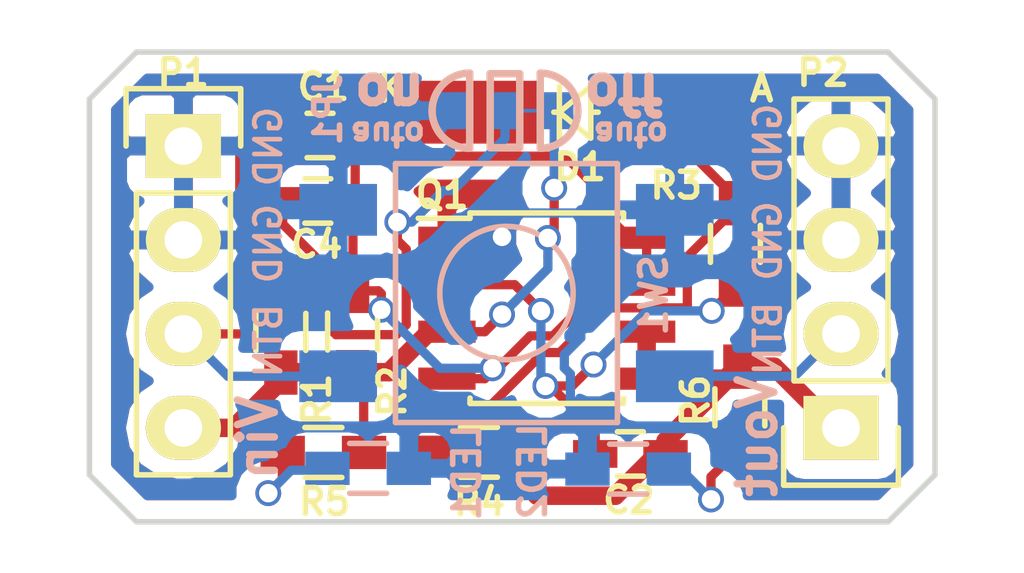
<source format=kicad_pcb>
(kicad_pcb (version 4) (host pcbnew 4.1.0-alpha+201606291451+6956~45~ubuntu14.04.1-product)

  (general
    (links 38)
    (no_connects 1)
    (area 213.331667 98.8125 241.328334 114.6825)
    (thickness 1.6)
    (drawings 20)
    (tracks 197)
    (zones 0)
    (modules 17)
    (nets 10)
  )

  (page A4)
  (layers
    (0 F.Cu signal)
    (31 B.Cu signal)
    (32 B.Adhes user)
    (33 F.Adhes user)
    (34 B.Paste user)
    (35 F.Paste user)
    (36 B.SilkS user)
    (37 F.SilkS user)
    (38 B.Mask user)
    (39 F.Mask user)
    (40 Dwgs.User user)
    (41 Cmts.User user)
    (42 Eco1.User user)
    (43 Eco2.User user)
    (44 Edge.Cuts user)
    (45 Margin user)
    (46 B.CrtYd user)
    (47 F.CrtYd user)
    (48 B.Fab user)
    (49 F.Fab user)
  )

  (setup
    (last_trace_width 0.1)
    (user_trace_width 0.1)
    (user_trace_width 0.2)
    (user_trace_width 0.5)
    (trace_clearance 0.2)
    (zone_clearance 0.508)
    (zone_45_only no)
    (trace_min 0.1)
    (segment_width 0.2)
    (edge_width 0.15)
    (via_size 0.7)
    (via_drill 0.5)
    (via_min_size 0.4)
    (via_min_drill 0.3)
    (uvia_size 0.3)
    (uvia_drill 0.1)
    (uvias_allowed no)
    (uvia_min_size 0.2)
    (uvia_min_drill 0.1)
    (pcb_text_width 0.3)
    (pcb_text_size 1.5 1.5)
    (mod_edge_width 0.15)
    (mod_text_size 0.7 0.7)
    (mod_text_width 0.15)
    (pad_size 1.524 1.524)
    (pad_drill 0.762)
    (pad_to_mask_clearance 0.2)
    (aux_axis_origin 0 0)
    (grid_origin 225.815 102.355)
    (visible_elements 7FFEFFFF)
    (pcbplotparams
      (layerselection 0x010f0_ffffffff)
      (usegerberextensions true)
      (excludeedgelayer true)
      (linewidth 0.100000)
      (plotframeref false)
      (viasonmask false)
      (mode 1)
      (useauxorigin false)
      (hpglpennumber 1)
      (hpglpenspeed 20)
      (hpglpendiameter 15)
      (psnegative false)
      (psa4output false)
      (plotreference true)
      (plotvalue true)
      (plotinvisibletext false)
      (padsonsilk false)
      (subtractmaskfromsilk true)
      (outputformat 1)
      (mirror false)
      (drillshape 0)
      (scaleselection 1)
      (outputdirectory ../gerbers/))
  )

  (net 0 "")
  (net 1 "Net-(C1-Pad1)")
  (net 2 /Button)
  (net 3 "Net-(C2-Pad1)")
  (net 4 /Vout)
  (net 5 "Net-(D1-Pad2)")
  (net 6 GND)
  (net 7 /Vin)
  (net 8 "Net-(LED2-Pad2)")
  (net 9 "Net-(LED1-Pad2)")

  (net_class Default "This is the default net class."
    (clearance 0.2)
    (trace_width 0.25)
    (via_dia 0.7)
    (via_drill 0.5)
    (uvia_dia 0.3)
    (uvia_drill 0.1)
    (add_net /Button)
    (add_net /Vin)
    (add_net /Vout)
    (add_net GND)
    (add_net "Net-(C1-Pad1)")
    (add_net "Net-(C2-Pad1)")
    (add_net "Net-(D1-Pad2)")
    (add_net "Net-(LED1-Pad2)")
    (add_net "Net-(LED2-Pad2)")
  )

  (module KiCad/Resistors_SMD.pretty:R_0603_HandSoldering (layer F.Cu) (tedit 575ABB37) (tstamp 5759521E)
    (at 233.485 109.935 270)
    (descr "Resistor SMD 0603, hand soldering")
    (tags "resistor 0603")
    (path /57595185)
    (attr smd)
    (fp_text reference R6 (at -0.18 1.2 90) (layer F.SilkS)
      (effects (font (size 0.7 0.7) (thickness 0.15)))
    )
    (fp_text value 1k (at 0 1.9 270) (layer F.Fab)
      (effects (font (size 1 1) (thickness 0.15)))
    )
    (fp_line (start -2 -0.8) (end 2 -0.8) (layer F.CrtYd) (width 0.05))
    (fp_line (start -2 0.8) (end 2 0.8) (layer F.CrtYd) (width 0.05))
    (fp_line (start -2 -0.8) (end -2 0.8) (layer F.CrtYd) (width 0.05))
    (fp_line (start 2 -0.8) (end 2 0.8) (layer F.CrtYd) (width 0.05))
    (fp_line (start 0.5 0.675) (end -0.5 0.675) (layer F.SilkS) (width 0.15))
    (fp_line (start -0.5 -0.675) (end 0.5 -0.675) (layer F.SilkS) (width 0.15))
    (pad 1 smd rect (at -1.1 0 270) (size 1.2 0.9) (layers F.Cu F.Paste F.Mask)
      (net 4 /Vout))
    (pad 2 smd rect (at 1.1 0 270) (size 1.2 0.9) (layers F.Cu F.Paste F.Mask)
      (net 8 "Net-(LED2-Pad2)"))
    (model Resistors_SMD.3dshapes/R_0603_HandSoldering.wrl
      (at (xyz 0 0 0))
      (scale (xyz 1 1 1))
      (rotate (xyz 0 0 0))
    )
  )

  (module KiCad/Resistors_SMD.pretty:R_0603_HandSoldering (layer F.Cu) (tedit 575AB7D2) (tstamp 5759522E)
    (at 222.225 111.155 180)
    (descr "Resistor SMD 0603, hand soldering")
    (tags "resistor 0603")
    (path /57595945)
    (attr smd)
    (fp_text reference R5 (at -0.03 -1.33 180) (layer F.SilkS)
      (effects (font (size 0.7 0.7) (thickness 0.15)))
    )
    (fp_text value 1k (at 0 1.9 180) (layer F.Fab)
      (effects (font (size 1 1) (thickness 0.15)))
    )
    (fp_line (start -2 -0.8) (end 2 -0.8) (layer F.CrtYd) (width 0.05))
    (fp_line (start -2 0.8) (end 2 0.8) (layer F.CrtYd) (width 0.05))
    (fp_line (start -2 -0.8) (end -2 0.8) (layer F.CrtYd) (width 0.05))
    (fp_line (start 2 -0.8) (end 2 0.8) (layer F.CrtYd) (width 0.05))
    (fp_line (start 0.5 0.675) (end -0.5 0.675) (layer F.SilkS) (width 0.15))
    (fp_line (start -0.5 -0.675) (end 0.5 -0.675) (layer F.SilkS) (width 0.15))
    (pad 1 smd rect (at -1.1 0 180) (size 1.2 0.9) (layers F.Cu F.Paste F.Mask)
      (net 7 /Vin))
    (pad 2 smd rect (at 1.1 0 180) (size 1.2 0.9) (layers F.Cu F.Paste F.Mask)
      (net 9 "Net-(LED1-Pad2)"))
    (model Resistors_SMD.3dshapes/R_0603_HandSoldering.wrl
      (at (xyz 0 0 0))
      (scale (xyz 1 1 1))
      (rotate (xyz 0 0 0))
    )
  )

  (module KiCad/Resistors_SMD.pretty:R_0603_HandSoldering (layer F.Cu) (tedit 575AB7D5) (tstamp 57595239)
    (at 226.43 111.15 180)
    (descr "Resistor SMD 0603, hand soldering")
    (tags "resistor 0603")
    (path /569FD783)
    (attr smd)
    (fp_text reference R4 (at -0.015 -1.345 180) (layer F.SilkS)
      (effects (font (size 0.7 0.7) (thickness 0.15)))
    )
    (fp_text value 100k (at 0 1.9 180) (layer F.Fab)
      (effects (font (size 1 1) (thickness 0.15)))
    )
    (fp_line (start -2 -0.8) (end 2 -0.8) (layer F.CrtYd) (width 0.05))
    (fp_line (start -2 0.8) (end 2 0.8) (layer F.CrtYd) (width 0.05))
    (fp_line (start -2 -0.8) (end -2 0.8) (layer F.CrtYd) (width 0.05))
    (fp_line (start 2 -0.8) (end 2 0.8) (layer F.CrtYd) (width 0.05))
    (fp_line (start 0.5 0.675) (end -0.5 0.675) (layer F.SilkS) (width 0.15))
    (fp_line (start -0.5 -0.675) (end 0.5 -0.675) (layer F.SilkS) (width 0.15))
    (pad 1 smd rect (at -1.1 0 180) (size 1.2 0.9) (layers F.Cu F.Paste F.Mask)
      (net 4 /Vout))
    (pad 2 smd rect (at 1.1 0 180) (size 1.2 0.9) (layers F.Cu F.Paste F.Mask)
      (net 5 "Net-(D1-Pad2)"))
    (model Resistors_SMD.3dshapes/R_0603_HandSoldering.wrl
      (at (xyz 0 0 0))
      (scale (xyz 1 1 1))
      (rotate (xyz 0 0 0))
    )
  )

  (module KiCad/Resistors_SMD.pretty:R_0603_HandSoldering (layer F.Cu) (tedit 575AB863) (tstamp 57595248)
    (at 221.075 107.895 90)
    (descr "Resistor SMD 0603, hand soldering")
    (tags "resistor 0603")
    (path /569FC430)
    (attr smd)
    (fp_text reference R1 (at -1.83 0.97 90) (layer F.SilkS)
      (effects (font (size 0.7 0.7) (thickness 0.15)))
    )
    (fp_text value 10k (at 0 1.9 90) (layer F.Fab)
      (effects (font (size 1 1) (thickness 0.15)))
    )
    (fp_line (start -2 -0.8) (end 2 -0.8) (layer F.CrtYd) (width 0.05))
    (fp_line (start -2 0.8) (end 2 0.8) (layer F.CrtYd) (width 0.05))
    (fp_line (start -2 -0.8) (end -2 0.8) (layer F.CrtYd) (width 0.05))
    (fp_line (start 2 -0.8) (end 2 0.8) (layer F.CrtYd) (width 0.05))
    (fp_line (start 0.5 0.675) (end -0.5 0.675) (layer F.SilkS) (width 0.15))
    (fp_line (start -0.5 -0.675) (end 0.5 -0.675) (layer F.SilkS) (width 0.15))
    (pad 1 smd rect (at -1.1 0 90) (size 1.2 0.9) (layers F.Cu F.Paste F.Mask)
      (net 7 /Vin))
    (pad 2 smd rect (at 1.1 0 90) (size 1.2 0.9) (layers F.Cu F.Paste F.Mask)
      (net 2 /Button))
    (model Resistors_SMD.3dshapes/R_0603_HandSoldering.wrl
      (at (xyz 0 0 0))
      (scale (xyz 1 1 1))
      (rotate (xyz 0 0 0))
    )
  )

  (module KiCad/Resistors_SMD.pretty:R_0603_HandSoldering (layer F.Cu) (tedit 575AB856) (tstamp 57595257)
    (at 223.015 107.885 90)
    (descr "Resistor SMD 0603, hand soldering")
    (tags "resistor 0603")
    (path /569FC492)
    (attr smd)
    (fp_text reference R2 (at -1.62 1.07 90) (layer F.SilkS)
      (effects (font (size 0.7 0.7) (thickness 0.15)))
    )
    (fp_text value 100k (at 0 1.9 90) (layer F.Fab)
      (effects (font (size 1 1) (thickness 0.15)))
    )
    (fp_line (start -2 -0.8) (end 2 -0.8) (layer F.CrtYd) (width 0.05))
    (fp_line (start -2 0.8) (end 2 0.8) (layer F.CrtYd) (width 0.05))
    (fp_line (start -2 -0.8) (end -2 0.8) (layer F.CrtYd) (width 0.05))
    (fp_line (start 2 -0.8) (end 2 0.8) (layer F.CrtYd) (width 0.05))
    (fp_line (start 0.5 0.675) (end -0.5 0.675) (layer F.SilkS) (width 0.15))
    (fp_line (start -0.5 -0.675) (end 0.5 -0.675) (layer F.SilkS) (width 0.15))
    (pad 1 smd rect (at -1.1 0 90) (size 1.2 0.9) (layers F.Cu F.Paste F.Mask)
      (net 7 /Vin))
    (pad 2 smd rect (at 1.1 0 90) (size 1.2 0.9) (layers F.Cu F.Paste F.Mask)
      (net 1 "Net-(C1-Pad1)"))
    (model Resistors_SMD.3dshapes/R_0603_HandSoldering.wrl
      (at (xyz 0 0 0))
      (scale (xyz 1 1 1))
      (rotate (xyz 0 0 0))
    )
  )

  (module KiCad/Resistors_SMD.pretty:R_0603_HandSoldering (layer F.Cu) (tedit 575AB891) (tstamp 57595266)
    (at 233.365 105.515 270)
    (descr "Resistor SMD 0603, hand soldering")
    (tags "resistor 0603")
    (path /569FD864)
    (attr smd)
    (fp_text reference R3 (at -1.58 1.6) (layer F.SilkS)
      (effects (font (size 0.7 0.7) (thickness 0.15)))
    )
    (fp_text value 300k (at 0 1.9 270) (layer F.Fab)
      (effects (font (size 1 1) (thickness 0.15)))
    )
    (fp_line (start -2 -0.8) (end 2 -0.8) (layer F.CrtYd) (width 0.05))
    (fp_line (start -2 0.8) (end 2 0.8) (layer F.CrtYd) (width 0.05))
    (fp_line (start -2 -0.8) (end -2 0.8) (layer F.CrtYd) (width 0.05))
    (fp_line (start 2 -0.8) (end 2 0.8) (layer F.CrtYd) (width 0.05))
    (fp_line (start 0.5 0.675) (end -0.5 0.675) (layer F.SilkS) (width 0.15))
    (fp_line (start -0.5 -0.675) (end 0.5 -0.675) (layer F.SilkS) (width 0.15))
    (pad 1 smd rect (at -1.1 0 270) (size 1.2 0.9) (layers F.Cu F.Paste F.Mask)
      (net 5 "Net-(D1-Pad2)"))
    (pad 2 smd rect (at 1.1 0 270) (size 1.2 0.9) (layers F.Cu F.Paste F.Mask)
      (net 3 "Net-(C2-Pad1)"))
    (model Resistors_SMD.3dshapes/R_0603_HandSoldering.wrl
      (at (xyz 0 0 0))
      (scale (xyz 1 1 1))
      (rotate (xyz 0 0 0))
    )
  )

  (module KiCad/Pin_Headers.pretty:Pin_Header_Straight_1x04 (layer F.Cu) (tedit 0) (tstamp 57595275)
    (at 236.22 110.49 180)
    (descr "Through hole pin header")
    (tags "pin header")
    (path /569FCF63)
    (fp_text reference P2 (at 0.485 9.605 180) (layer F.SilkS)
      (effects (font (size 0.7 0.7) (thickness 0.15)))
    )
    (fp_text value CONN_01X04 (at 0 -3.1 180) (layer F.Fab)
      (effects (font (size 1 1) (thickness 0.15)))
    )
    (fp_line (start -1.75 -1.75) (end -1.75 9.4) (layer F.CrtYd) (width 0.05))
    (fp_line (start 1.75 -1.75) (end 1.75 9.4) (layer F.CrtYd) (width 0.05))
    (fp_line (start -1.75 -1.75) (end 1.75 -1.75) (layer F.CrtYd) (width 0.05))
    (fp_line (start -1.75 9.4) (end 1.75 9.4) (layer F.CrtYd) (width 0.05))
    (fp_line (start -1.27 1.27) (end -1.27 8.89) (layer F.SilkS) (width 0.15))
    (fp_line (start 1.27 1.27) (end 1.27 8.89) (layer F.SilkS) (width 0.15))
    (fp_line (start 1.55 -1.55) (end 1.55 0) (layer F.SilkS) (width 0.15))
    (fp_line (start -1.27 8.89) (end 1.27 8.89) (layer F.SilkS) (width 0.15))
    (fp_line (start 1.27 1.27) (end -1.27 1.27) (layer F.SilkS) (width 0.15))
    (fp_line (start -1.55 0) (end -1.55 -1.55) (layer F.SilkS) (width 0.15))
    (fp_line (start -1.55 -1.55) (end 1.55 -1.55) (layer F.SilkS) (width 0.15))
    (pad 1 thru_hole rect (at 0 0 180) (size 2.032 1.7272) (drill 1.016) (layers *.Cu *.Mask F.SilkS)
      (net 4 /Vout))
    (pad 2 thru_hole oval (at 0 2.54 180) (size 2.032 1.7272) (drill 1.016) (layers *.Cu *.Mask F.SilkS)
      (net 2 /Button))
    (pad 3 thru_hole oval (at 0 5.08 180) (size 2.032 1.7272) (drill 1.016) (layers *.Cu *.Mask F.SilkS)
      (net 6 GND))
    (pad 4 thru_hole oval (at 0 7.62 180) (size 2.032 1.7272) (drill 1.016) (layers *.Cu *.Mask F.SilkS)
      (net 6 GND))
    (model Pin_Headers.3dshapes/Pin_Header_Straight_1x04.wrl
      (at (xyz 0 -0.15 0))
      (scale (xyz 1 1 1))
      (rotate (xyz 0 0 90))
    )
  )

  (module KiCad/Pin_Headers.pretty:Pin_Header_Straight_1x04 (layer F.Cu) (tedit 0) (tstamp 5759528A)
    (at 218.44 102.87)
    (descr "Through hole pin header")
    (tags "pin header")
    (path /569FC392)
    (fp_text reference P1 (at -0.005 -1.975) (layer F.SilkS)
      (effects (font (size 0.7 0.7) (thickness 0.15)))
    )
    (fp_text value CONN_01X04 (at 0 -3.1) (layer F.Fab)
      (effects (font (size 1 1) (thickness 0.15)))
    )
    (fp_line (start -1.75 -1.75) (end -1.75 9.4) (layer F.CrtYd) (width 0.05))
    (fp_line (start 1.75 -1.75) (end 1.75 9.4) (layer F.CrtYd) (width 0.05))
    (fp_line (start -1.75 -1.75) (end 1.75 -1.75) (layer F.CrtYd) (width 0.05))
    (fp_line (start -1.75 9.4) (end 1.75 9.4) (layer F.CrtYd) (width 0.05))
    (fp_line (start -1.27 1.27) (end -1.27 8.89) (layer F.SilkS) (width 0.15))
    (fp_line (start 1.27 1.27) (end 1.27 8.89) (layer F.SilkS) (width 0.15))
    (fp_line (start 1.55 -1.55) (end 1.55 0) (layer F.SilkS) (width 0.15))
    (fp_line (start -1.27 8.89) (end 1.27 8.89) (layer F.SilkS) (width 0.15))
    (fp_line (start 1.27 1.27) (end -1.27 1.27) (layer F.SilkS) (width 0.15))
    (fp_line (start -1.55 0) (end -1.55 -1.55) (layer F.SilkS) (width 0.15))
    (fp_line (start -1.55 -1.55) (end 1.55 -1.55) (layer F.SilkS) (width 0.15))
    (pad 1 thru_hole rect (at 0 0) (size 2.032 1.7272) (drill 1.016) (layers *.Cu *.Mask F.SilkS)
      (net 6 GND))
    (pad 2 thru_hole oval (at 0 2.54) (size 2.032 1.7272) (drill 1.016) (layers *.Cu *.Mask F.SilkS)
      (net 6 GND))
    (pad 3 thru_hole oval (at 0 5.08) (size 2.032 1.7272) (drill 1.016) (layers *.Cu *.Mask F.SilkS)
      (net 2 /Button))
    (pad 4 thru_hole oval (at 0 7.62) (size 2.032 1.7272) (drill 1.016) (layers *.Cu *.Mask F.SilkS)
      (net 7 /Vin))
    (model Pin_Headers.3dshapes/Pin_Header_Straight_1x04.wrl
      (at (xyz 0 -0.15 0))
      (scale (xyz 1 1 1))
      (rotate (xyz 0 0 90))
    )
  )

  (module KiCad/Capacitors_SMD.pretty:C_0603_HandSoldering (layer F.Cu) (tedit 575AB843) (tstamp 575952CE)
    (at 230.525 111.195)
    (descr "Capacitor SMD 0603, hand soldering")
    (tags "capacitor 0603")
    (path /569FCE3F)
    (attr smd)
    (fp_text reference C2 (at -0.04 1.25) (layer F.SilkS)
      (effects (font (size 0.7 0.7) (thickness 0.15)))
    )
    (fp_text value 10uF (at 0 1.9) (layer F.Fab)
      (effects (font (size 1 1) (thickness 0.15)))
    )
    (fp_line (start -1.85 -0.75) (end 1.85 -0.75) (layer F.CrtYd) (width 0.05))
    (fp_line (start -1.85 0.75) (end 1.85 0.75) (layer F.CrtYd) (width 0.05))
    (fp_line (start -1.85 -0.75) (end -1.85 0.75) (layer F.CrtYd) (width 0.05))
    (fp_line (start 1.85 -0.75) (end 1.85 0.75) (layer F.CrtYd) (width 0.05))
    (fp_line (start -0.35 -0.6) (end 0.35 -0.6) (layer F.SilkS) (width 0.15))
    (fp_line (start 0.35 0.6) (end -0.35 0.6) (layer F.SilkS) (width 0.15))
    (pad 1 smd rect (at -0.95 0) (size 1.2 0.75) (layers F.Cu F.Paste F.Mask)
      (net 3 "Net-(C2-Pad1)"))
    (pad 2 smd rect (at 0.95 0) (size 1.2 0.75) (layers F.Cu F.Paste F.Mask)
      (net 4 /Vout))
    (model Capacitors_SMD.3dshapes/C_0603_HandSoldering.wrl
      (at (xyz 0 0 0))
      (scale (xyz 1 1 1))
      (rotate (xyz 0 0 0))
    )
  )

  (module KiCad/Capacitors_SMD.pretty:C_0603_HandSoldering (layer F.Cu) (tedit 575AB84E) (tstamp 575952E2)
    (at 222.075 104.355)
    (descr "Capacitor SMD 0603, hand soldering")
    (tags "capacitor 0603")
    (path /57563AC8)
    (attr smd)
    (fp_text reference C4 (at -0.03 1.18) (layer F.SilkS)
      (effects (font (size 0.7 0.7) (thickness 0.15)))
    )
    (fp_text value 0.1uF (at 0 1.9) (layer F.Fab)
      (effects (font (size 1 1) (thickness 0.15)))
    )
    (fp_line (start -1.85 -0.75) (end 1.85 -0.75) (layer F.CrtYd) (width 0.05))
    (fp_line (start -1.85 0.75) (end 1.85 0.75) (layer F.CrtYd) (width 0.05))
    (fp_line (start -1.85 -0.75) (end -1.85 0.75) (layer F.CrtYd) (width 0.05))
    (fp_line (start 1.85 -0.75) (end 1.85 0.75) (layer F.CrtYd) (width 0.05))
    (fp_line (start -0.35 -0.6) (end 0.35 -0.6) (layer F.SilkS) (width 0.15))
    (fp_line (start 0.35 0.6) (end -0.35 0.6) (layer F.SilkS) (width 0.15))
    (pad 1 smd rect (at -0.95 0) (size 1.2 0.75) (layers F.Cu F.Paste F.Mask)
      (net 7 /Vin))
    (pad 2 smd rect (at 0.95 0) (size 1.2 0.75) (layers F.Cu F.Paste F.Mask)
      (net 1 "Net-(C1-Pad1)"))
    (model Capacitors_SMD.3dshapes/C_0603_HandSoldering.wrl
      (at (xyz 0 0 0))
      (scale (xyz 1 1 1))
      (rotate (xyz 0 0 0))
    )
  )

  (module KiCad/Capacitors_SMD.pretty:C_0603_HandSoldering (layer F.Cu) (tedit 575AB84A) (tstamp 575952ED)
    (at 222.135 102.585 180)
    (descr "Capacitor SMD 0603, hand soldering")
    (tags "capacitor 0603")
    (path /569FC537)
    (attr smd)
    (fp_text reference C1 (at -0.09 1.32 180) (layer F.SilkS)
      (effects (font (size 0.7 0.7) (thickness 0.15)))
    )
    (fp_text value 1uF (at 0 1.9 180) (layer F.Fab)
      (effects (font (size 1 1) (thickness 0.15)))
    )
    (fp_line (start -1.85 -0.75) (end 1.85 -0.75) (layer F.CrtYd) (width 0.05))
    (fp_line (start -1.85 0.75) (end 1.85 0.75) (layer F.CrtYd) (width 0.05))
    (fp_line (start -1.85 -0.75) (end -1.85 0.75) (layer F.CrtYd) (width 0.05))
    (fp_line (start 1.85 -0.75) (end 1.85 0.75) (layer F.CrtYd) (width 0.05))
    (fp_line (start -0.35 -0.6) (end 0.35 -0.6) (layer F.SilkS) (width 0.15))
    (fp_line (start 0.35 0.6) (end -0.35 0.6) (layer F.SilkS) (width 0.15))
    (pad 1 smd rect (at -0.95 0 180) (size 1.2 0.75) (layers F.Cu F.Paste F.Mask)
      (net 1 "Net-(C1-Pad1)"))
    (pad 2 smd rect (at 0.95 0 180) (size 1.2 0.75) (layers F.Cu F.Paste F.Mask)
      (net 2 /Button))
    (model Capacitors_SMD.3dshapes/C_0603_HandSoldering.wrl
      (at (xyz 0 0 0))
      (scale (xyz 1 1 1))
      (rotate (xyz 0 0 0))
    )
  )

  (module custom:FSM2JSMA (layer B.Cu) (tedit 57596A88) (tstamp 57596D36)
    (at 227.175 106.845 270)
    (path /569FEA9F)
    (fp_text reference SW1 (at 0.06 -3.98 90) (layer B.SilkS)
      (effects (font (size 0.7 0.7) (thickness 0.15)) (justify mirror))
    )
    (fp_text value SW_PUSH_SMALL (at 0 0.5 270) (layer B.Fab)
      (effects (font (size 1 1) (thickness 0.15)) (justify mirror))
    )
    (fp_circle (center 0 0) (end 1.5 -1) (layer B.SilkS) (width 0.15))
    (fp_line (start 3.5 3) (end -3.5 3) (layer B.SilkS) (width 0.15))
    (fp_line (start 3.5 -3) (end 3.5 3) (layer B.SilkS) (width 0.15))
    (fp_line (start -3.5 -3) (end 3.5 -3) (layer B.SilkS) (width 0.15))
    (fp_line (start -3.5 3) (end -3.5 -3) (layer B.SilkS) (width 0.15))
    (pad 2 smd rect (at -2.25 4.55 270) (size 1.4 2.1) (layers B.Cu B.Paste B.Mask)
      (net 6 GND))
    (pad 1 smd rect (at 2.25 -4.55 270) (size 1.4 2.1) (layers B.Cu B.Paste B.Mask)
      (net 2 /Button))
    (pad 2 smd rect (at -2.25 -4.55 270) (size 1.4 2.1) (layers B.Cu B.Paste B.Mask)
      (net 6 GND))
    (pad 1 smd rect (at 2.25 4.55 270) (size 1.4 2.1) (layers B.Cu B.Paste B.Mask)
      (net 2 /Button))
  )

  (module KiCad/Housings_SOIC.pretty:SOIC-8_3.9x4.9mm_Pitch1.27mm (layer F.Cu) (tedit 575AB886) (tstamp 57598F4B)
    (at 228.265 107.255)
    (descr "8-Lead Plastic Small Outline (SN) - Narrow, 3.90 mm Body [SOIC] (see Microchip Packaging Specification 00000049BS.pdf)")
    (tags "SOIC 1.27")
    (path /569FBD83)
    (attr smd)
    (fp_text reference Q1 (at -2.83 -3.07) (layer F.SilkS)
      (effects (font (size 0.7 0.7) (thickness 0.15)))
    )
    (fp_text value IRF7309IPBF (at 0 3.5) (layer F.Fab)
      (effects (font (size 1 1) (thickness 0.15)))
    )
    (fp_line (start -3.75 -2.75) (end -3.75 2.75) (layer F.CrtYd) (width 0.05))
    (fp_line (start 3.75 -2.75) (end 3.75 2.75) (layer F.CrtYd) (width 0.05))
    (fp_line (start -3.75 -2.75) (end 3.75 -2.75) (layer F.CrtYd) (width 0.05))
    (fp_line (start -3.75 2.75) (end 3.75 2.75) (layer F.CrtYd) (width 0.05))
    (fp_line (start -2.075 -2.575) (end -2.075 -2.43) (layer F.SilkS) (width 0.15))
    (fp_line (start 2.075 -2.575) (end 2.075 -2.43) (layer F.SilkS) (width 0.15))
    (fp_line (start 2.075 2.575) (end 2.075 2.43) (layer F.SilkS) (width 0.15))
    (fp_line (start -2.075 2.575) (end -2.075 2.43) (layer F.SilkS) (width 0.15))
    (fp_line (start -2.075 -2.575) (end 2.075 -2.575) (layer F.SilkS) (width 0.15))
    (fp_line (start -2.075 2.575) (end 2.075 2.575) (layer F.SilkS) (width 0.15))
    (fp_line (start -2.075 -2.43) (end -3.475 -2.43) (layer F.SilkS) (width 0.15))
    (pad 1 smd rect (at -2.7 -1.905) (size 1.55 0.6) (layers F.Cu F.Paste F.Mask)
      (net 6 GND))
    (pad 2 smd rect (at -2.7 -0.635) (size 1.55 0.6) (layers F.Cu F.Paste F.Mask)
      (net 3 "Net-(C2-Pad1)"))
    (pad 3 smd rect (at -2.7 0.635) (size 1.55 0.6) (layers F.Cu F.Paste F.Mask)
      (net 7 /Vin))
    (pad 4 smd rect (at -2.7 1.905) (size 1.55 0.6) (layers F.Cu F.Paste F.Mask)
      (net 1 "Net-(C1-Pad1)"))
    (pad 5 smd rect (at 2.7 1.905) (size 1.55 0.6) (layers F.Cu F.Paste F.Mask)
      (net 4 /Vout))
    (pad 6 smd rect (at 2.7 0.635) (size 1.55 0.6) (layers F.Cu F.Paste F.Mask)
      (net 4 /Vout))
    (pad 7 smd rect (at 2.7 -0.635) (size 1.55 0.6) (layers F.Cu F.Paste F.Mask)
      (net 1 "Net-(C1-Pad1)"))
    (pad 8 smd rect (at 2.7 -1.905) (size 1.55 0.6) (layers F.Cu F.Paste F.Mask)
      (net 1 "Net-(C1-Pad1)"))
    (model Housings_SOIC.3dshapes/SOIC-8_3.9x4.9mm_Pitch1.27mm.wrl
      (at (xyz 0 0 0))
      (scale (xyz 1 1 1))
      (rotate (xyz 0 0 0))
    )
  )

  (module KiCad/Resistors_SMD.pretty:R_0603_HandSoldering (layer B.Cu) (tedit 575AB935) (tstamp 575992A4)
    (at 230.465 111.605)
    (descr "Resistor SMD 0603, hand soldering")
    (tags "resistor 0603")
    (path /57594F96)
    (attr smd)
    (fp_text reference LED2 (at -2.58 0.06 90) (layer B.SilkS)
      (effects (font (size 0.7 0.7) (thickness 0.15)) (justify mirror))
    )
    (fp_text value LED (at 0 -1.9) (layer B.Fab)
      (effects (font (size 1 1) (thickness 0.15)) (justify mirror))
    )
    (fp_line (start -2 0.8) (end 2 0.8) (layer B.CrtYd) (width 0.05))
    (fp_line (start -2 -0.8) (end 2 -0.8) (layer B.CrtYd) (width 0.05))
    (fp_line (start -2 0.8) (end -2 -0.8) (layer B.CrtYd) (width 0.05))
    (fp_line (start 2 0.8) (end 2 -0.8) (layer B.CrtYd) (width 0.05))
    (fp_line (start 0.5 -0.675) (end -0.5 -0.675) (layer B.SilkS) (width 0.15))
    (fp_line (start -0.5 0.675) (end 0.5 0.675) (layer B.SilkS) (width 0.15))
    (pad 1 smd rect (at -1.1 0) (size 1.2 0.9) (layers B.Cu B.Paste B.Mask)
      (net 6 GND))
    (pad 2 smd rect (at 1.1 0) (size 1.2 0.9) (layers B.Cu B.Paste B.Mask)
      (net 8 "Net-(LED2-Pad2)"))
    (model Resistors_SMD.3dshapes/R_0603_HandSoldering.wrl
      (at (xyz 0 0 0))
      (scale (xyz 1 1 1))
      (rotate (xyz 0 0 0))
    )
  )

  (module KiCad/Resistors_SMD.pretty:R_0603_HandSoldering (layer B.Cu) (tedit 5418A00F) (tstamp 575992B3)
    (at 223.435 111.585 180)
    (descr "Resistor SMD 0603, hand soldering")
    (tags "resistor 0603")
    (path /5759593F)
    (attr smd)
    (fp_text reference LED1 (at -2.67 -0.11 90) (layer B.SilkS)
      (effects (font (size 0.7 0.7) (thickness 0.15)) (justify mirror))
    )
    (fp_text value LED (at 0 -1.9 180) (layer B.Fab)
      (effects (font (size 1 1) (thickness 0.15)) (justify mirror))
    )
    (fp_line (start -2 0.8) (end 2 0.8) (layer B.CrtYd) (width 0.05))
    (fp_line (start -2 -0.8) (end 2 -0.8) (layer B.CrtYd) (width 0.05))
    (fp_line (start -2 0.8) (end -2 -0.8) (layer B.CrtYd) (width 0.05))
    (fp_line (start 2 0.8) (end 2 -0.8) (layer B.CrtYd) (width 0.05))
    (fp_line (start 0.5 -0.675) (end -0.5 -0.675) (layer B.SilkS) (width 0.15))
    (fp_line (start -0.5 0.675) (end 0.5 0.675) (layer B.SilkS) (width 0.15))
    (pad 1 smd rect (at -1.1 0 180) (size 1.2 0.9) (layers B.Cu B.Paste B.Mask)
      (net 6 GND))
    (pad 2 smd rect (at 1.1 0 180) (size 1.2 0.9) (layers B.Cu B.Paste B.Mask)
      (net 9 "Net-(LED1-Pad2)"))
    (model Resistors_SMD.3dshapes/R_0603_HandSoldering.wrl
      (at (xyz 0 0 0))
      (scale (xyz 1 1 1))
      (rotate (xyz 0 0 0))
    )
  )

  (module KiCad/Diodes_SMD.pretty:MiniMELF_Handsoldering (layer F.Cu) (tedit 575AB88C) (tstamp 575AA7FF)
    (at 229.105 101.955)
    (descr "Diode Mini-MELF Handsoldering")
    (tags "Diode Mini-MELF Handsoldering")
    (path /569FCB4E)
    (attr smd)
    (fp_text reference D1 (at 0.06 1.48 180) (layer F.SilkS)
      (effects (font (size 0.7 0.7) (thickness 0.15)))
    )
    (fp_text value D (at 0 3.81) (layer F.Fab)
      (effects (font (size 1 1) (thickness 0.15)))
    )
    (fp_line (start -4.55 -1) (end 4.55 -1) (layer F.CrtYd) (width 0.05))
    (fp_line (start 4.55 -1) (end 4.55 1) (layer F.CrtYd) (width 0.05))
    (fp_line (start 4.55 1) (end -4.55 1) (layer F.CrtYd) (width 0.05))
    (fp_line (start -4.55 1) (end -4.55 -1) (layer F.CrtYd) (width 0.05))
    (fp_line (start -0.49958 0) (end -0.64944 0) (layer F.SilkS) (width 0.15))
    (fp_line (start 0.34878 0) (end 0.54944 0) (layer F.SilkS) (width 0.15))
    (fp_line (start -0.49958 0) (end -0.49958 0.7493) (layer F.SilkS) (width 0.15))
    (fp_line (start -0.49958 0) (end -0.49958 -0.70104) (layer F.SilkS) (width 0.15))
    (fp_line (start -0.49958 0) (end 0.34878 -0.70104) (layer F.SilkS) (width 0.15))
    (fp_line (start 0.34878 -0.70104) (end 0.34878 0.70104) (layer F.SilkS) (width 0.15))
    (fp_line (start 0.34878 0.70104) (end -0.49958 0) (layer F.SilkS) (width 0.15))
    (fp_text user K (at -5.05 -0.64) (layer F.SilkS)
      (effects (font (size 0.7 0.7) (thickness 0.15)))
    )
    (fp_text user A (at 4.97 -0.65) (layer F.SilkS)
      (effects (font (size 0.7 0.7) (thickness 0.15)))
    )
    (pad 1 smd rect (at -2.75082 0) (size 3.29946 1.69926) (layers F.Cu F.Paste F.Mask)
      (net 2 /Button))
    (pad 2 smd rect (at 2.75082 0) (size 3.29946 1.69926) (layers F.Cu F.Paste F.Mask)
      (net 5 "Net-(D1-Pad2)"))
    (model Diodes_SMD.3dshapes/MiniMELF_Handsoldering.wrl
      (at (xyz 0 0 0))
      (scale (xyz 0.3937 0.3937 0.3937))
      (rotate (xyz 0 0 180))
    )
  )

  (module mcous/kicad-lib/footprints/jumper.pretty:SOLDER-JUMPER_2-WAY (layer B.Cu) (tedit 575ABC0E) (tstamp 575AB133)
    (at 227.135 101.915)
    (path /5756527F)
    (fp_text reference JP1 (at -4.79 -0.03 90) (layer B.SilkS)
      (effects (font (size 0.7 0.7) (thickness 0.15)) (justify mirror))
    )
    (fp_text value JUMPER3 (at 0 0) (layer B.SilkS) hide
      (effects (font (size 0.762 0.762) (thickness 0.1524)) (justify mirror))
    )
    (fp_line (start -0.4 1) (end -0.4 -1) (layer B.SilkS) (width 0.2032))
    (fp_line (start -0.4 -1) (end 0.4 -1) (layer B.SilkS) (width 0.2032))
    (fp_line (start 0.4 -1) (end 0.4 1) (layer B.SilkS) (width 0.2032))
    (fp_line (start 0.4 1) (end -0.4 1) (layer B.SilkS) (width 0.2032))
    (fp_line (start 0.954 -1.016) (end 0.954 1.016) (layer B.SilkS) (width 0.2032))
    (fp_line (start -0.954 1.016) (end -0.954 -1.016) (layer B.SilkS) (width 0.2032))
    (fp_arc (start 0.954 0) (end 1.97 0) (angle -90) (layer B.SilkS) (width 0.2032))
    (fp_arc (start 0.954 0) (end 0.954 1.016) (angle -90) (layer B.SilkS) (width 0.2032))
    (fp_arc (start -0.954 0) (end -1.97 0) (angle -90) (layer B.SilkS) (width 0.2032))
    (fp_arc (start -0.954 0) (end -0.954 -1.016) (angle -90) (layer B.SilkS) (width 0.2032))
    (pad 1 smd rect (at -1.35 0) (size 1 1) (layers B.Cu B.Paste B.Mask)
      (net 6 GND))
    (pad 3 smd rect (at 1.35 0) (size 1 1) (layers B.Cu B.Paste B.Mask)
      (net 7 /Vin))
    (pad 2 smd rect (at 0 0) (size 1 1) (layers B.Cu B.Paste B.Mask)
      (net 7 /Vin))
  )

  (gr_text auto (at 230.536484 102.544954 180) (layer B.SilkS) (tstamp 5759958C)
    (effects (font (size 0.6 0.6) (thickness 0.15)) (justify mirror))
  )
  (gr_text auto (at 223.964368 102.544954 180) (layer B.SilkS)
    (effects (font (size 0.6 0.6) (thickness 0.15)) (justify mirror))
  )
  (gr_text Vout (at 233.95475 110.715 90) (layer B.SilkS)
    (effects (font (size 1 1) (thickness 0.2)) (justify mirror))
  )
  (gr_text BTN (at 234.245 108.075 90) (layer B.SilkS)
    (effects (font (size 0.7 0.7) (thickness 0.125)) (justify mirror))
  )
  (gr_text GND (at 234.245 105.435 90) (layer B.SilkS)
    (effects (font (size 0.7 0.7) (thickness 0.125)) (justify mirror))
  )
  (gr_text GND (at 234.245 102.795 90) (layer B.SilkS)
    (effects (font (size 0.7 0.7) (thickness 0.125)) (justify mirror))
  )
  (gr_text Vin (at 220.447 110.758998 90) (layer B.SilkS)
    (effects (font (size 1 1) (thickness 0.2)) (justify mirror))
  )
  (gr_text BTN (at 220.73725 108.134332 90) (layer B.SilkS)
    (effects (font (size 0.7 0.7) (thickness 0.125)) (justify mirror))
  )
  (gr_text GND (at 220.73725 105.509666 90) (layer B.SilkS)
    (effects (font (size 0.7 0.7) (thickness 0.125)) (justify mirror))
  )
  (gr_text on (at 224.014368 101.454954 180) (layer B.SilkS)
    (effects (font (size 1 1) (thickness 0.25)) (justify mirror))
  )
  (gr_text "off\n" (at 230.336484 101.454954 180) (layer B.SilkS)
    (effects (font (size 1 1) (thickness 0.25)) (justify mirror))
  )
  (gr_text GND (at 220.73725 102.885 90) (layer B.SilkS)
    (effects (font (size 0.7 0.7) (thickness 0.125)) (justify mirror))
  )
  (gr_line (start 237.49 100.33) (end 217.17 100.33) (angle 90) (layer Edge.Cuts) (width 0.15))
  (gr_line (start 238.76 101.6) (end 237.49 100.33) (angle 90) (layer Edge.Cuts) (width 0.15))
  (gr_line (start 238.76 111.76) (end 238.76 101.6) (angle 90) (layer Edge.Cuts) (width 0.15))
  (gr_line (start 237.49 113.03) (end 238.76 111.76) (angle 90) (layer Edge.Cuts) (width 0.15))
  (gr_line (start 217.17 113.03) (end 237.49 113.03) (angle 90) (layer Edge.Cuts) (width 0.15))
  (gr_line (start 215.9 111.76) (end 217.17 113.03) (angle 90) (layer Edge.Cuts) (width 0.15))
  (gr_line (start 215.9 101.6) (end 215.9 111.76) (angle 90) (layer Edge.Cuts) (width 0.15))
  (gr_line (start 217.17 100.33) (end 215.9 101.6) (angle 90) (layer Edge.Cuts) (width 0.15))

  (segment (start 230.965 106.62) (end 229.813614 106.62) (width 0.25) (layer F.Cu) (net 1))
  (segment (start 228.43043 108.003184) (end 227.817467 108.003184) (width 0.25) (layer F.Cu) (net 1))
  (segment (start 226.941511 108.87914) (end 226.796251 108.87914) (width 0.25) (layer F.Cu) (net 1))
  (segment (start 227.817467 108.003184) (end 226.941511 108.87914) (width 0.25) (layer F.Cu) (net 1))
  (segment (start 226.301277 108.87914) (end 226.796251 108.87914) (width 0.25) (layer B.Cu) (net 1))
  (segment (start 229.813614 106.62) (end 228.43043 108.003184) (width 0.25) (layer F.Cu) (net 1))
  (segment (start 223.789989 107.294991) (end 225.374138 108.87914) (width 0.25) (layer B.Cu) (net 1))
  (segment (start 226.59 109.16) (end 226.796251 108.953749) (width 0.25) (layer F.Cu) (net 1))
  (segment (start 225.374138 108.87914) (end 226.301277 108.87914) (width 0.25) (layer B.Cu) (net 1))
  (segment (start 226.796251 108.953749) (end 226.796251 108.87914) (width 0.25) (layer F.Cu) (net 1))
  (via (at 226.796251 108.87914) (size 0.7) (drill 0.5) (layers F.Cu B.Cu) (net 1))
  (segment (start 225.565 109.16) (end 226.59 109.16) (width 0.25) (layer F.Cu) (net 1))
  (segment (start 223.789989 106.859989) (end 223.789989 107.294991) (width 0.25) (layer F.Cu) (net 1))
  (segment (start 223.715 106.785) (end 223.789989 106.859989) (width 0.25) (layer F.Cu) (net 1))
  (via (at 223.789989 107.294991) (size 0.7) (drill 0.5) (layers F.Cu B.Cu) (net 1))
  (segment (start 223.015 106.785) (end 223.715 106.785) (width 0.25) (layer F.Cu) (net 1))
  (segment (start 229.94 104.8) (end 230.49 105.35) (width 0.25) (layer F.Cu) (net 1))
  (segment (start 229.94 104.325) (end 229.94 104.8) (width 0.25) (layer F.Cu) (net 1))
  (segment (start 228.760001 103.145001) (end 229.94 104.325) (width 0.25) (layer F.Cu) (net 1))
  (segment (start 224.345 103.495) (end 224.694999 103.145001) (width 0.25) (layer F.Cu) (net 1))
  (segment (start 224.694999 103.145001) (end 228.760001 103.145001) (width 0.25) (layer F.Cu) (net 1))
  (segment (start 230.49 105.35) (end 230.965 105.35) (width 0.25) (layer F.Cu) (net 1))
  (segment (start 230.965 105.35) (end 230.965 106.62) (width 0.25) (layer F.Cu) (net 1))
  (segment (start 223.085 102.585) (end 223.435 102.585) (width 0.25) (layer F.Cu) (net 1))
  (segment (start 223.435 102.585) (end 224.345 103.495) (width 0.25) (layer F.Cu) (net 1) (tstamp 575AB453))
  (segment (start 223.025 104.355) (end 223.025 106.775) (width 0.25) (layer F.Cu) (net 1))
  (segment (start 223.025 106.775) (end 223.015 106.785) (width 0.25) (layer F.Cu) (net 1))
  (segment (start 223.085 102.585) (end 223.085 104.295) (width 0.25) (layer F.Cu) (net 1))
  (segment (start 223.085 104.295) (end 223.025 104.355) (width 0.25) (layer F.Cu) (net 1))
  (segment (start 219.965 102.955) (end 219.965 104.835) (width 0.25) (layer F.Cu) (net 2))
  (segment (start 219.965 104.835) (end 221.075 105.945) (width 0.25) (layer F.Cu) (net 2))
  (segment (start 221.075 105.945) (end 221.075 106.795) (width 0.25) (layer F.Cu) (net 2))
  (segment (start 221.185 102.585) (end 220.335 102.585) (width 0.25) (layer F.Cu) (net 2))
  (segment (start 220.335 102.585) (end 219.965 102.955) (width 0.25) (layer F.Cu) (net 2))
  (segment (start 231.725 109.095) (end 234.965 109.095) (width 0.25) (layer B.Cu) (net 2))
  (segment (start 234.965 109.095) (end 236.065 107.995) (width 0.25) (layer B.Cu) (net 2) (tstamp 575AB44F))
  (segment (start 236.065 107.995) (end 236.065 107.935) (width 0.25) (layer B.Cu) (net 2) (tstamp 575AB451))
  (segment (start 236.065 107.935) (end 236.22 107.95) (width 0.25) (layer B.Cu) (net 2) (tstamp 575AB452))
  (segment (start 222.625 109.095) (end 219.645 109.095) (width 0.25) (layer B.Cu) (net 2))
  (segment (start 219.645 109.095) (end 218.495 107.945) (width 0.25) (layer B.Cu) (net 2) (tstamp 575AB44B))
  (segment (start 218.495 107.945) (end 218.44 107.95) (width 0.25) (layer B.Cu) (net 2) (tstamp 575AB44E))
  (segment (start 218.44 107.95) (end 220.07 107.95) (width 0.25) (layer F.Cu) (net 2))
  (segment (start 221.075 106.945) (end 221.075 106.795) (width 0.25) (layer F.Cu) (net 2))
  (segment (start 220.07 107.95) (end 221.075 106.945) (width 0.25) (layer F.Cu) (net 2))
  (segment (start 223.85445 101.355) (end 222.64 101.355) (width 0.25) (layer F.Cu) (net 2))
  (segment (start 222.64 101.355) (end 221.41 102.585) (width 0.25) (layer F.Cu) (net 2))
  (segment (start 221.41 102.585) (end 221.185 102.585) (width 0.25) (layer F.Cu) (net 2))
  (segment (start 226.35418 101.955) (end 224.45445 101.955) (width 0.25) (layer F.Cu) (net 2))
  (segment (start 224.45445 101.955) (end 223.85445 101.355) (width 0.25) (layer F.Cu) (net 2))
  (via (at 228.228165 109.356445) (size 0.7) (drill 0.5) (layers F.Cu B.Cu) (net 3))
  (segment (start 229.17875 109.128897) (end 229.528749 108.778898) (width 0.25) (layer F.Cu) (net 3))
  (via (at 229.528749 108.778898) (size 0.7) (drill 0.5) (layers F.Cu B.Cu) (net 3))
  (segment (start 229.575 111.195) (end 229.575 110.57) (width 0.25) (layer F.Cu) (net 3))
  (via (at 232.723938 107.32643) (size 0.7) (drill 0.5) (layers F.Cu B.Cu) (net 3))
  (segment (start 233.073937 106.976431) (end 232.723938 107.32643) (width 0.25) (layer F.Cu) (net 3))
  (segment (start 232.723938 107.32643) (end 230.981217 107.32643) (width 0.25) (layer B.Cu) (net 3))
  (segment (start 228.361445 109.356445) (end 228.228165 109.356445) (width 0.25) (layer F.Cu) (net 3))
  (segment (start 233.365 106.685368) (end 233.073937 106.976431) (width 0.25) (layer F.Cu) (net 3))
  (segment (start 228.106428 107.328182) (end 228.106428 109.234708) (width 0.25) (layer B.Cu) (net 3))
  (segment (start 228.106428 109.234708) (end 228.228165 109.356445) (width 0.25) (layer B.Cu) (net 3))
  (segment (start 233.365 106.615) (end 233.365 106.685368) (width 0.25) (layer F.Cu) (net 3))
  (segment (start 229.575 110.57) (end 228.361445 109.356445) (width 0.25) (layer F.Cu) (net 3))
  (segment (start 230.981217 107.32643) (end 229.878748 108.428899) (width 0.25) (layer B.Cu) (net 3))
  (segment (start 229.878748 108.428899) (end 229.528749 108.778898) (width 0.25) (layer B.Cu) (net 3))
  (segment (start 228.228165 109.356445) (end 228.951202 109.356445) (width 0.25) (layer F.Cu) (net 3))
  (segment (start 228.951202 109.356445) (end 229.17875 109.128897) (width 0.25) (layer F.Cu) (net 3))
  (segment (start 227.398246 106.62) (end 227.756429 106.978183) (width 0.25) (layer F.Cu) (net 3))
  (segment (start 227.756429 106.978183) (end 228.106428 107.328182) (width 0.25) (layer F.Cu) (net 3))
  (segment (start 225.565 106.62) (end 227.398246 106.62) (width 0.25) (layer F.Cu) (net 3))
  (via (at 228.106428 107.328182) (size 0.7) (drill 0.5) (layers F.Cu B.Cu) (net 3))
  (segment (start 230.965 107.89) (end 230.965 109.16) (width 0.5) (layer F.Cu) (net 4))
  (segment (start 231.475 111.195) (end 231.475 110.845) (width 0.5) (layer F.Cu) (net 4))
  (segment (start 231.475 110.845) (end 233.485 108.835) (width 0.5) (layer F.Cu) (net 4))
  (segment (start 230.965 109.16) (end 233.16 109.16) (width 0.5) (layer F.Cu) (net 4))
  (segment (start 233.16 109.16) (end 233.485 108.835) (width 0.5) (layer F.Cu) (net 4))
  (segment (start 230.12 112.325) (end 228.005 112.325) (width 0.5) (layer F.Cu) (net 4))
  (segment (start 228.005 112.325) (end 227.815 112.135) (width 0.5) (layer F.Cu) (net 4) (tstamp 575AB9E9))
  (segment (start 230.12 112.325) (end 231.25 111.195) (width 0.5) (layer F.Cu) (net 4))
  (segment (start 231.25 111.195) (end 231.475 111.195) (width 0.5) (layer F.Cu) (net 4) (tstamp 575AB9E8))
  (segment (start 227.53 111.15) (end 227.53 111.79) (width 0.5) (layer F.Cu) (net 4))
  (segment (start 227.815 112.075) (end 227.815 112.135) (width 0.5) (layer F.Cu) (net 4) (tstamp 575AB9E4))
  (segment (start 227.53 111.79) (end 227.815 112.075) (width 0.5) (layer F.Cu) (net 4) (tstamp 575AB9E2))
  (segment (start 231.475 111.195) (end 231.685 111.195) (width 0.5) (layer F.Cu) (net 4))
  (segment (start 233.485 108.835) (end 234.4126 108.835) (width 0.5) (layer F.Cu) (net 4))
  (segment (start 234.4126 108.835) (end 236.0676 110.49) (width 0.5) (layer F.Cu) (net 4) (tstamp 575AB9D0))
  (segment (start 236.0676 110.49) (end 236.22 110.49) (width 0.5) (layer F.Cu) (net 4) (tstamp 575AB9D2))
  (segment (start 236.22 110.49) (end 236.0676 110.49) (width 0.25) (layer F.Cu) (net 4))
  (segment (start 231.25 111.195) (end 231.475 111.195) (width 0.25) (layer F.Cu) (net 4))
  (segment (start 227.815 112.135) (end 228.005 112.325) (width 0.25) (layer F.Cu) (net 4) (tstamp 575AB9E5))
  (segment (start 233.115 108.985) (end 233.105 108.975) (width 0.25) (layer F.Cu) (net 4) (tstamp 575AB3F1))
  (segment (start 233.105 108.975) (end 233.485 108.835) (width 0.25) (layer F.Cu) (net 4) (tstamp 575AB3F3))
  (segment (start 225.33 111.15) (end 225.48 111.15) (width 0.25) (layer F.Cu) (net 5))
  (segment (start 232.065001 105.864999) (end 233.365 104.565) (width 0.25) (layer F.Cu) (net 5))
  (segment (start 233.365 104.565) (end 233.365 104.415) (width 0.25) (layer F.Cu) (net 5))
  (segment (start 225.48 111.15) (end 228.176806 108.453194) (width 0.25) (layer F.Cu) (net 5))
  (segment (start 228.176806 108.453194) (end 228.616831 108.453193) (width 0.25) (layer F.Cu) (net 5))
  (segment (start 228.616831 108.453193) (end 229.825023 107.245001) (width 0.25) (layer F.Cu) (net 5))
  (segment (start 229.825023 107.245001) (end 232.000001 107.245001) (width 0.25) (layer F.Cu) (net 5))
  (segment (start 232.000001 107.245001) (end 232.065001 107.180001) (width 0.25) (layer F.Cu) (net 5))
  (segment (start 232.065001 107.180001) (end 232.065001 105.864999) (width 0.25) (layer F.Cu) (net 5))
  (segment (start 232.04619 103.245) (end 232.345 103.245) (width 0.25) (layer F.Cu) (net 5))
  (segment (start 232.345 103.245) (end 233.365 104.265) (width 0.25) (layer F.Cu) (net 5))
  (segment (start 233.365 104.265) (end 233.365 104.415) (width 0.25) (layer F.Cu) (net 5))
  (segment (start 231.85582 101.955) (end 231.85582 103.05463) (width 0.25) (layer F.Cu) (net 5))
  (segment (start 231.85582 103.05463) (end 232.04619 103.245) (width 0.25) (layer F.Cu) (net 5))
  (segment (start 225.445 102.395) (end 225.445 102.035) (width 0.25) (layer B.Cu) (net 6) (tstamp 575AB456))
  (segment (start 225.445 102.035) (end 225.785 101.915) (width 0.25) (layer B.Cu) (net 6) (tstamp 575AB458))
  (segment (start 236.22 105.41) (end 236.22 104.2964) (width 0.25) (layer B.Cu) (net 6))
  (segment (start 236.22 104.2964) (end 236.22 102.87) (width 0.25) (layer B.Cu) (net 6))
  (segment (start 229.375 110.735) (end 228.903166 110.263166) (width 0.25) (layer B.Cu) (net 6))
  (segment (start 228.739998 108.869276) (end 228.739998 108.500998) (width 0.25) (layer B.Cu) (net 6))
  (segment (start 229.185 108.055996) (end 229.185 104.595) (width 0.25) (layer B.Cu) (net 6))
  (segment (start 228.739998 108.500998) (end 229.185 108.055996) (width 0.25) (layer B.Cu) (net 6))
  (segment (start 229.375 111.435) (end 229.375 110.735) (width 0.25) (layer B.Cu) (net 6))
  (segment (start 228.903166 110.263166) (end 228.903166 109.032444) (width 0.25) (layer B.Cu) (net 6))
  (segment (start 228.903166 109.032444) (end 228.739998 108.869276) (width 0.25) (layer B.Cu) (net 6))
  (segment (start 229.099999 104.680001) (end 229.185 104.595) (width 0.25) (layer B.Cu) (net 6))
  (segment (start 227.420001 104.680001) (end 229.099999 104.680001) (width 0.25) (layer B.Cu) (net 6))
  (segment (start 227.335 104.595) (end 227.420001 104.680001) (width 0.25) (layer B.Cu) (net 6))
  (segment (start 224.535 111.585) (end 229.255 111.585) (width 0.25) (layer B.Cu) (net 6))
  (segment (start 229.255 111.585) (end 229.375 111.465) (width 0.25) (layer B.Cu) (net 6) (tstamp 575AB448))
  (segment (start 229.375 111.465) (end 229.375 111.435) (width 0.25) (layer B.Cu) (net 6) (tstamp 575AB449))
  (segment (start 227.055 105.325) (end 227.055 104.875) (width 0.25) (layer B.Cu) (net 6))
  (segment (start 227.055 104.875) (end 227.335 104.595) (width 0.25) (layer B.Cu) (net 6) (tstamp 575AB443))
  (segment (start 229.185 104.595) (end 231.765 104.595) (width 0.25) (layer B.Cu) (net 6) (tstamp 575AB441))
  (segment (start 231.765 104.595) (end 231.835 104.665) (width 0.25) (layer B.Cu) (net 6) (tstamp 575AB43B))
  (segment (start 231.835 104.665) (end 231.835 104.685) (width 0.25) (layer B.Cu) (net 6) (tstamp 575AB43C))
  (segment (start 231.835 104.685) (end 231.725 104.595) (width 0.25) (layer B.Cu) (net 6) (tstamp 575AB43D))
  (segment (start 222.385 104.485) (end 222.625 104.595) (width 0.25) (layer B.Cu) (net 6) (tstamp 575AB43A))
  (segment (start 218.44 102.87) (end 218.44 105.38) (width 0.25) (layer B.Cu) (net 6))
  (segment (start 218.44 105.38) (end 218.525 105.465) (width 0.25) (layer B.Cu) (net 6) (tstamp 575AB435))
  (segment (start 218.525 105.465) (end 218.44 105.41) (width 0.25) (layer B.Cu) (net 6) (tstamp 575AB437))
  (segment (start 227.055 105.325) (end 227.195 105.465) (width 0.25) (layer B.Cu) (net 6))
  (segment (start 227.195 105.465) (end 227.195 105.665) (width 0.25) (layer B.Cu) (net 6))
  (segment (start 225.565 105.35) (end 227.03 105.35) (width 0.25) (layer F.Cu) (net 6))
  (via (at 227.055 105.325) (size 0.7) (drill 0.5) (layers F.Cu B.Cu) (net 6))
  (segment (start 227.03 105.35) (end 227.055 105.325) (width 0.25) (layer F.Cu) (net 6))
  (segment (start 227.135 101.915) (end 228.445 101.915) (width 0.1) (layer B.Cu) (net 7))
  (segment (start 228.445 101.915) (end 228.465 101.935) (width 0.1) (layer B.Cu) (net 7) (tstamp 575ABE72))
  (segment (start 228.465 101.935) (end 228.485 101.915) (width 0.1) (layer B.Cu) (net 7) (tstamp 575ABE74))
  (segment (start 223.015 108.985) (end 221.085 108.985) (width 0.5) (layer F.Cu) (net 7))
  (segment (start 221.085 108.985) (end 221.075 108.995) (width 0.5) (layer F.Cu) (net 7))
  (segment (start 223.995 108.985) (end 225.09 107.89) (width 0.5) (layer F.Cu) (net 7))
  (segment (start 223.015 108.985) (end 223.995 108.985) (width 0.5) (layer F.Cu) (net 7))
  (segment (start 225.09 107.89) (end 225.565 107.89) (width 0.5) (layer F.Cu) (net 7))
  (segment (start 218.44 110.49) (end 219.8 110.49) (width 0.5) (layer F.Cu) (net 7))
  (segment (start 219.8 110.49) (end 221.075 109.215) (width 0.5) (layer F.Cu) (net 7) (tstamp 575AB9EC))
  (segment (start 221.075 109.215) (end 221.075 108.845) (width 0.5) (layer F.Cu) (net 7) (tstamp 575AB9ED))
  (segment (start 221.075 108.845) (end 221.075 108.995) (width 0.5) (layer F.Cu) (net 7) (tstamp 575AB9F0))
  (segment (start 228.465 104.005) (end 228.465 101.935) (width 0.25) (layer B.Cu) (net 7))
  (segment (start 228.465 101.935) (end 228.485 101.915) (width 0.25) (layer B.Cu) (net 7))
  (segment (start 228.465 104.005) (end 228.465 105.185011) (width 0.25) (layer F.Cu) (net 7))
  (segment (start 228.295 105.849985) (end 228.295 105.355011) (width 0.25) (layer B.Cu) (net 7))
  (segment (start 227.055 107.425) (end 228.295 106.185) (width 0.25) (layer B.Cu) (net 7))
  (segment (start 228.465 105.185011) (end 228.295 105.355011) (width 0.25) (layer F.Cu) (net 7))
  (segment (start 228.295 106.185) (end 228.295 105.849985) (width 0.25) (layer B.Cu) (net 7))
  (via (at 228.295 105.355011) (size 0.7) (drill 0.5) (layers F.Cu B.Cu) (net 7))
  (via (at 228.465 104.005) (size 0.7) (drill 0.5) (layers F.Cu B.Cu) (net 7))
  (segment (start 225.565 107.89) (end 226.59 107.89) (width 0.25) (layer F.Cu) (net 7))
  (segment (start 226.59 107.89) (end 227.055 107.425) (width 0.25) (layer F.Cu) (net 7))
  (via (at 227.055 107.425) (size 0.7) (drill 0.5) (layers F.Cu B.Cu) (net 7))
  (segment (start 228.445 101.915) (end 228.465 101.895) (width 0.2) (layer B.Cu) (net 7) (tstamp 575AB42B))
  (segment (start 228.465 101.895) (end 228.485 101.915) (width 0.2) (layer B.Cu) (net 7) (tstamp 575AB42D))
  (segment (start 221.075 108.845) (end 221.075 108.995) (width 0.25) (layer F.Cu) (net 7))
  (segment (start 223.315 111.255) (end 223.315 109.285) (width 0.25) (layer F.Cu) (net 7))
  (segment (start 223.315 109.285) (end 223.015 108.985) (width 0.25) (layer F.Cu) (net 7))
  (segment (start 219.8 110.49) (end 219.8 110.42) (width 0.25) (layer F.Cu) (net 7))
  (segment (start 219.8 110.42) (end 221.075 109.145) (width 0.25) (layer F.Cu) (net 7))
  (segment (start 221.075 109.145) (end 221.075 108.995) (width 0.25) (layer F.Cu) (net 7))
  (segment (start 218.44 110.49) (end 218.5924 110.49) (width 0.25) (layer F.Cu) (net 7))
  (segment (start 224.225002 105.419974) (end 224.225002 104.925) (width 0.25) (layer F.Cu) (net 7))
  (segment (start 224.464999 105.659971) (end 224.225002 105.419974) (width 0.25) (layer F.Cu) (net 7))
  (segment (start 224.196811 107.970001) (end 224.464999 107.701813) (width 0.25) (layer F.Cu) (net 7))
  (segment (start 222.564999 107.970001) (end 224.196811 107.970001) (width 0.25) (layer F.Cu) (net 7))
  (segment (start 224.464999 107.701813) (end 224.464999 105.659971) (width 0.25) (layer F.Cu) (net 7))
  (segment (start 222.239999 107.645001) (end 222.564999 107.970001) (width 0.25) (layer F.Cu) (net 7))
  (segment (start 222.239999 106.094999) (end 222.239999 107.645001) (width 0.25) (layer F.Cu) (net 7))
  (segment (start 221.125 104.98) (end 222.239999 106.094999) (width 0.25) (layer F.Cu) (net 7))
  (segment (start 221.125 104.355) (end 221.125 104.98) (width 0.25) (layer F.Cu) (net 7))
  (segment (start 224.225002 104.925) (end 224.615 104.925) (width 0.25) (layer B.Cu) (net 7))
  (segment (start 224.615 104.925) (end 225.465 104.075) (width 0.25) (layer B.Cu) (net 7))
  (via (at 224.225002 104.925) (size 0.7) (drill 0.5) (layers F.Cu B.Cu) (net 7))
  (segment (start 227.135 102.665) (end 225.725 104.075) (width 0.25) (layer B.Cu) (net 7))
  (segment (start 225.725 104.075) (end 225.465 104.075) (width 0.25) (layer B.Cu) (net 7))
  (segment (start 227.135 101.915) (end 227.135 102.665) (width 0.25) (layer B.Cu) (net 7))
  (segment (start 232.705 112.425) (end 232.705 111.815) (width 0.25) (layer F.Cu) (net 8))
  (segment (start 232.705 111.815) (end 233.485 111.035) (width 0.25) (layer F.Cu) (net 8))
  (segment (start 231.565 111.605) (end 231.885 111.605) (width 0.25) (layer B.Cu) (net 8))
  (segment (start 231.885 111.605) (end 232.705 112.425) (width 0.25) (layer B.Cu) (net 8))
  (via (at 232.705 112.425) (size 0.7) (drill 0.5) (layers F.Cu B.Cu) (net 8))
  (segment (start 231.575 111.435) (end 232.005 111.435) (width 0.25) (layer B.Cu) (net 8))
  (segment (start 221.115 111.255) (end 221.115 111.875) (width 0.25) (layer F.Cu) (net 9))
  (segment (start 221.355 111.635) (end 222.325 111.635) (width 0.25) (layer B.Cu) (net 9) (tstamp 575AB427))
  (segment (start 220.735 112.255) (end 221.355 111.635) (width 0.25) (layer B.Cu) (net 9) (tstamp 575AB426))
  (via (at 220.735 112.255) (size 0.7) (drill 0.5) (layers F.Cu B.Cu) (net 9))
  (segment (start 221.115 111.875) (end 220.735 112.255) (width 0.25) (layer F.Cu) (net 9) (tstamp 575AB424))
  (segment (start 222.325 111.635) (end 222.335 111.585) (width 0.25) (layer B.Cu) (net 9) (tstamp 575AB429))

  (zone (net 6) (net_name GND) (layer F.Cu) (tstamp 569FEAB3) (hatch edge 0.508)
    (connect_pads (clearance 0.508))
    (min_thickness 0.254)
    (fill yes (arc_segments 16) (thermal_gap 0.508) (thermal_bridge_width 0.508))
    (polygon
      (pts
        (xy 238.765 101.615) (xy 238.765 111.775) (xy 237.495 113.045) (xy 217.175 113.045) (xy 215.905 111.775)
        (xy 215.905 101.615) (xy 217.175 100.345) (xy 237.495 100.345)
      )
    )
    (filled_polygon
      (pts
        (xy 221.357638 101.56256) (xy 220.585 101.56256) (xy 220.337235 101.611843) (xy 220.127191 101.752191) (xy 220.072146 101.834572)
        (xy 219.994327 101.646701) (xy 219.815698 101.468073) (xy 219.582309 101.3714) (xy 218.72575 101.3714) (xy 218.567 101.53015)
        (xy 218.567 102.743) (xy 218.587 102.743) (xy 218.587 102.997) (xy 218.567 102.997) (xy 218.567 105.283)
        (xy 218.587 105.283) (xy 218.587 105.537) (xy 218.567 105.537) (xy 218.567 105.557) (xy 218.313 105.557)
        (xy 218.313 105.537) (xy 216.953783 105.537) (xy 216.832642 105.769026) (xy 216.835291 105.784791) (xy 217.089268 106.312036)
        (xy 217.505069 106.683539) (xy 217.195585 106.89033) (xy 216.870729 107.376511) (xy 216.756655 107.95) (xy 216.870729 108.523489)
        (xy 217.195585 109.00967) (xy 217.510366 109.22) (xy 217.195585 109.43033) (xy 216.870729 109.916511) (xy 216.756655 110.49)
        (xy 216.870729 111.063489) (xy 217.195585 111.54967) (xy 217.681766 111.874526) (xy 218.255255 111.9886) (xy 218.624745 111.9886)
        (xy 219.198234 111.874526) (xy 219.684415 111.54967) (xy 219.801298 111.374743) (xy 219.87756 111.359573) (xy 219.87756 111.605)
        (xy 219.897253 111.704002) (xy 219.750172 112.058212) (xy 219.749944 112.32) (xy 217.464092 112.32) (xy 216.61 111.465908)
        (xy 216.61 103.15575) (xy 216.789 103.15575) (xy 216.789 103.85991) (xy 216.885673 104.093299) (xy 217.064302 104.271927)
        (xy 217.261861 104.353759) (xy 217.089268 104.507964) (xy 216.835291 105.035209) (xy 216.832642 105.050974) (xy 216.953783 105.283)
        (xy 218.313 105.283) (xy 218.313 102.997) (xy 216.94775 102.997) (xy 216.789 103.15575) (xy 216.61 103.15575)
        (xy 216.61 101.894092) (xy 216.624002 101.88009) (xy 216.789 101.88009) (xy 216.789 102.58425) (xy 216.94775 102.743)
        (xy 218.313 102.743) (xy 218.313 101.53015) (xy 218.15425 101.3714) (xy 217.297691 101.3714) (xy 217.064302 101.468073)
        (xy 216.885673 101.646701) (xy 216.789 101.88009) (xy 216.624002 101.88009) (xy 217.464092 101.04) (xy 221.880198 101.04)
      )
    )
    (filled_polygon
      (pts
        (xy 238.05 101.894092) (xy 238.05 111.465908) (xy 237.195908 112.32) (xy 233.690091 112.32) (xy 233.690124 112.28244)
        (xy 233.935 112.28244) (xy 234.182765 112.233157) (xy 234.392809 112.092809) (xy 234.533157 111.882765) (xy 234.58244 111.635)
        (xy 234.58244 111.483709) (xy 234.605843 111.601365) (xy 234.746191 111.811409) (xy 234.956235 111.951757) (xy 235.204 112.00104)
        (xy 237.236 112.00104) (xy 237.483765 111.951757) (xy 237.693809 111.811409) (xy 237.834157 111.601365) (xy 237.88344 111.3536)
        (xy 237.88344 109.6264) (xy 237.834157 109.378635) (xy 237.693809 109.168591) (xy 237.483765 109.028243) (xy 237.447434 109.021016)
        (xy 237.464415 109.00967) (xy 237.789271 108.523489) (xy 237.903345 107.95) (xy 237.789271 107.376511) (xy 237.464415 106.89033)
        (xy 237.154931 106.683539) (xy 237.570732 106.312036) (xy 237.824709 105.784791) (xy 237.827358 105.769026) (xy 237.706217 105.537)
        (xy 236.347 105.537) (xy 236.347 105.557) (xy 236.093 105.557) (xy 236.093 105.537) (xy 234.733783 105.537)
        (xy 234.612642 105.769026) (xy 234.615291 105.784791) (xy 234.869268 106.312036) (xy 235.285069 106.683539) (xy 234.975585 106.89033)
        (xy 234.650729 107.376511) (xy 234.536655 107.95) (xy 234.541765 107.975692) (xy 234.522942 107.971948) (xy 234.392809 107.777191)
        (xy 234.2547 107.684909) (xy 234.272809 107.672809) (xy 234.413157 107.462765) (xy 234.46244 107.215) (xy 234.46244 106.015)
        (xy 234.413157 105.767235) (xy 234.272809 105.557191) (xy 234.209666 105.515) (xy 234.272809 105.472809) (xy 234.413157 105.262765)
        (xy 234.46244 105.015) (xy 234.46244 103.815) (xy 234.413157 103.567235) (xy 234.272809 103.357191) (xy 234.080999 103.229026)
        (xy 234.612642 103.229026) (xy 234.615291 103.244791) (xy 234.869268 103.772036) (xy 235.281108 104.14) (xy 234.869268 104.507964)
        (xy 234.615291 105.035209) (xy 234.612642 105.050974) (xy 234.733783 105.283) (xy 236.093 105.283) (xy 236.093 102.997)
        (xy 236.347 102.997) (xy 236.347 105.283) (xy 237.706217 105.283) (xy 237.827358 105.050974) (xy 237.824709 105.035209)
        (xy 237.570732 104.507964) (xy 237.158892 104.14) (xy 237.570732 103.772036) (xy 237.824709 103.244791) (xy 237.827358 103.229026)
        (xy 237.706217 102.997) (xy 236.347 102.997) (xy 236.093 102.997) (xy 234.733783 102.997) (xy 234.612642 103.229026)
        (xy 234.080999 103.229026) (xy 234.062765 103.216843) (xy 234.001913 103.204739) (xy 234.103707 103.052395) (xy 234.15299 102.80463)
        (xy 234.15299 102.510974) (xy 234.612642 102.510974) (xy 234.733783 102.743) (xy 236.093 102.743) (xy 236.093 101.529076)
        (xy 236.347 101.529076) (xy 236.347 102.743) (xy 237.706217 102.743) (xy 237.827358 102.510974) (xy 237.824709 102.495209)
        (xy 237.570732 101.967964) (xy 237.13432 101.578046) (xy 236.581913 101.384816) (xy 236.347 101.529076) (xy 236.093 101.529076)
        (xy 235.858087 101.384816) (xy 235.30568 101.578046) (xy 234.869268 101.967964) (xy 234.615291 102.495209) (xy 234.612642 102.510974)
        (xy 234.15299 102.510974) (xy 234.15299 101.10537) (xy 234.139987 101.04) (xy 237.195908 101.04)
      )
    )
    (filled_polygon
      (pts
        (xy 227.47983 104.200069) (xy 227.629471 104.562229) (xy 227.662153 104.594968) (xy 227.460445 104.796325) (xy 227.310172 105.158223)
        (xy 227.30983 105.55008) (xy 227.441436 105.868591) (xy 227.398246 105.86) (xy 226.940334 105.86) (xy 226.975 105.77631)
        (xy 226.975 105.63575) (xy 226.81625 105.477) (xy 225.692 105.477) (xy 225.692 105.497) (xy 225.438 105.497)
        (xy 225.438 105.477) (xy 225.418 105.477) (xy 225.418 105.223) (xy 225.438 105.223) (xy 225.438 104.57375)
        (xy 225.692 104.57375) (xy 225.692 105.223) (xy 226.81625 105.223) (xy 226.975 105.06425) (xy 226.975 104.92369)
        (xy 226.878327 104.690301) (xy 226.699698 104.511673) (xy 226.466309 104.415) (xy 225.85075 104.415) (xy 225.692 104.57375)
        (xy 225.438 104.57375) (xy 225.27925 104.415) (xy 225.080046 104.415) (xy 225.060531 104.367771) (xy 224.788427 104.095192)
        (xy 224.882401 104.032401) (xy 225.009801 103.905001) (xy 227.480088 103.905001)
      )
    )
  )
  (zone (net 6) (net_name GND) (layer B.Cu) (tstamp 569FEAB3) (hatch edge 0.508)
    (connect_pads (clearance 0.508))
    (min_thickness 0.254)
    (fill yes (arc_segments 16) (thermal_gap 0.508) (thermal_bridge_width 0.508))
    (polygon
      (pts
        (xy 238.765 101.615) (xy 238.765 111.775) (xy 237.495 113.045) (xy 217.175 113.045) (xy 215.905 111.775)
        (xy 215.905 101.615) (xy 217.175 100.345) (xy 237.495 100.345)
      )
    )
    (filled_polygon
      (pts
        (xy 224.746673 101.055301) (xy 224.65 101.28869) (xy 224.65 101.62925) (xy 224.80875 101.788) (xy 225.658 101.788)
        (xy 225.658 101.768) (xy 225.912 101.768) (xy 225.912 101.788) (xy 225.932 101.788) (xy 225.932 102.042)
        (xy 225.912 102.042) (xy 225.912 102.062) (xy 225.658 102.062) (xy 225.658 102.042) (xy 224.80875 102.042)
        (xy 224.65 102.20075) (xy 224.65 102.54131) (xy 224.746673 102.774699) (xy 224.925302 102.953327) (xy 225.158691 103.05)
        (xy 225.49925 103.05) (xy 225.657998 102.891252) (xy 225.657998 103.05) (xy 225.675198 103.05) (xy 225.39659 103.328608)
        (xy 225.174161 103.372852) (xy 224.927599 103.537599) (xy 224.494736 103.970462) (xy 224.42179 103.940172) (xy 224.31 103.940074)
        (xy 224.31 103.768691) (xy 224.213327 103.535302) (xy 224.034699 103.356673) (xy 223.80131 103.26) (xy 222.91075 103.26)
        (xy 222.752 103.41875) (xy 222.752 104.468) (xy 222.772 104.468) (xy 222.772 104.722) (xy 222.752 104.722)
        (xy 222.752 105.77125) (xy 222.91075 105.93) (xy 223.80131 105.93) (xy 223.939221 105.872875) (xy 224.028214 105.909828)
        (xy 224.420071 105.91017) (xy 224.782231 105.760529) (xy 224.936099 105.606929) (xy 225.152401 105.462401) (xy 225.79341 104.821392)
        (xy 226.015839 104.777148) (xy 226.262401 104.612401) (xy 227.672401 103.202401) (xy 227.705 103.153613) (xy 227.705 103.371889)
        (xy 227.630445 103.446314) (xy 227.480172 103.808212) (xy 227.47983 104.200069) (xy 227.629471 104.562229) (xy 227.662153 104.594968)
        (xy 227.460445 104.796325) (xy 227.310172 105.158223) (xy 227.30983 105.55008) (xy 227.459471 105.91224) (xy 227.4762 105.928998)
        (xy 226.965276 106.439922) (xy 226.859931 106.43983) (xy 226.497771 106.589471) (xy 226.220445 106.866314) (xy 226.070172 107.228212)
        (xy 226.06983 107.620069) (xy 226.219471 107.982229) (xy 226.268562 108.031405) (xy 226.239022 108.043611) (xy 226.163361 108.11914)
        (xy 225.68894 108.11914) (xy 224.775067 107.205267) (xy 224.775159 107.099922) (xy 224.625518 106.737762) (xy 224.348675 106.460436)
        (xy 223.986777 106.310163) (xy 223.59492 106.309821) (xy 223.23276 106.459462) (xy 222.955434 106.736305) (xy 222.805161 107.098203)
        (xy 222.804819 107.49006) (xy 222.911216 107.74756) (xy 221.575 107.74756) (xy 221.327235 107.796843) (xy 221.117191 107.937191)
        (xy 220.976843 108.147235) (xy 220.939495 108.335) (xy 220.046764 108.335) (xy 220.123345 107.95) (xy 220.009271 107.376511)
        (xy 219.684415 106.89033) (xy 219.374931 106.683539) (xy 219.790732 106.312036) (xy 220.044709 105.784791) (xy 220.047358 105.769026)
        (xy 219.926217 105.537) (xy 218.567 105.537) (xy 218.567 105.557) (xy 218.313 105.557) (xy 218.313 105.537)
        (xy 216.953783 105.537) (xy 216.832642 105.769026) (xy 216.835291 105.784791) (xy 217.089268 106.312036) (xy 217.505069 106.683539)
        (xy 217.195585 106.89033) (xy 216.870729 107.376511) (xy 216.756655 107.95) (xy 216.870729 108.523489) (xy 217.195585 109.00967)
        (xy 217.510366 109.22) (xy 217.195585 109.43033) (xy 216.870729 109.916511) (xy 216.756655 110.49) (xy 216.870729 111.063489)
        (xy 217.195585 111.54967) (xy 217.681766 111.874526) (xy 218.255255 111.9886) (xy 218.624745 111.9886) (xy 219.198234 111.874526)
        (xy 219.684415 111.54967) (xy 220.009271 111.063489) (xy 220.123345 110.49) (xy 220.009271 109.916511) (xy 219.968171 109.855)
        (xy 220.939495 109.855) (xy 220.976843 110.042765) (xy 221.117191 110.252809) (xy 221.327235 110.393157) (xy 221.575 110.44244)
        (xy 223.675 110.44244) (xy 223.922765 110.393157) (xy 224.132809 110.252809) (xy 224.273157 110.042765) (xy 224.32244 109.795)
        (xy 224.32244 108.902244) (xy 224.836737 109.416541) (xy 225.083299 109.581288) (xy 225.374138 109.63914) (xy 226.16314 109.63914)
        (xy 226.237565 109.713695) (xy 226.599463 109.863968) (xy 226.99132 109.86431) (xy 227.31669 109.72987) (xy 227.392636 109.913674)
        (xy 227.669479 110.191) (xy 228.031377 110.341273) (xy 228.423234 110.341615) (xy 228.785394 110.191974) (xy 229.06272 109.915131)
        (xy 229.155939 109.690635) (xy 229.331961 109.763726) (xy 229.723818 109.764068) (xy 230.02756 109.638565) (xy 230.02756 109.795)
        (xy 230.076843 110.042765) (xy 230.217191 110.252809) (xy 230.427235 110.393157) (xy 230.675 110.44244) (xy 232.775 110.44244)
        (xy 233.022765 110.393157) (xy 233.232809 110.252809) (xy 233.373157 110.042765) (xy 233.410505 109.855) (xy 234.55656 109.855)
        (xy 234.55656 111.3536) (xy 234.605843 111.601365) (xy 234.746191 111.811409) (xy 234.956235 111.951757) (xy 235.204 112.00104)
        (xy 237.236 112.00104) (xy 237.483765 111.951757) (xy 237.693809 111.811409) (xy 237.834157 111.601365) (xy 237.88344 111.3536)
        (xy 237.88344 109.6264) (xy 237.834157 109.378635) (xy 237.693809 109.168591) (xy 237.483765 109.028243) (xy 237.447434 109.021016)
        (xy 237.464415 109.00967) (xy 237.789271 108.523489) (xy 237.903345 107.95) (xy 237.789271 107.376511) (xy 237.464415 106.89033)
        (xy 237.154931 106.683539) (xy 237.570732 106.312036) (xy 237.824709 105.784791) (xy 237.827358 105.769026) (xy 237.706217 105.537)
        (xy 236.347 105.537) (xy 236.347 105.557) (xy 236.093 105.557) (xy 236.093 105.537) (xy 234.733783 105.537)
        (xy 234.612642 105.769026) (xy 234.615291 105.784791) (xy 234.869268 106.312036) (xy 235.285069 106.683539) (xy 234.975585 106.89033)
        (xy 234.650729 107.376511) (xy 234.536655 107.95) (xy 234.613236 108.335) (xy 233.410505 108.335) (xy 233.373157 108.147235)
        (xy 233.342251 108.100981) (xy 233.558493 107.885116) (xy 233.708766 107.523218) (xy 233.709108 107.131361) (xy 233.559467 106.769201)
        (xy 233.282624 106.491875) (xy 232.920726 106.341602) (xy 232.528869 106.34126) (xy 232.166709 106.490901) (xy 232.091048 106.56643)
        (xy 230.981217 106.56643) (xy 230.690378 106.624282) (xy 230.443816 106.789029) (xy 229.439025 107.79382) (xy 229.33368 107.793728)
        (xy 228.97152 107.943369) (xy 228.866428 108.048278) (xy 228.866428 107.961293) (xy 228.940983 107.886868) (xy 229.091256 107.52497)
        (xy 229.091598 107.133113) (xy 228.941957 106.770953) (xy 228.856895 106.685743) (xy 228.997148 106.475839) (xy 229.055 106.185)
        (xy 229.055 105.988122) (xy 229.129555 105.913697) (xy 229.279828 105.551799) (xy 229.28017 105.159942) (xy 229.164811 104.88075)
        (xy 230.04 104.88075) (xy 230.04 105.421309) (xy 230.136673 105.654698) (xy 230.315301 105.833327) (xy 230.54869 105.93)
        (xy 231.43925 105.93) (xy 231.598 105.77125) (xy 231.598 104.722) (xy 231.852 104.722) (xy 231.852 105.77125)
        (xy 232.01075 105.93) (xy 232.90131 105.93) (xy 233.134699 105.833327) (xy 233.313327 105.654698) (xy 233.41 105.421309)
        (xy 233.41 104.88075) (xy 233.25125 104.722) (xy 231.852 104.722) (xy 231.598 104.722) (xy 230.19875 104.722)
        (xy 230.04 104.88075) (xy 229.164811 104.88075) (xy 229.130529 104.797782) (xy 229.097847 104.765043) (xy 229.299555 104.563686)
        (xy 229.449828 104.201788) (xy 229.45017 103.809931) (xy 229.433131 103.768691) (xy 230.04 103.768691) (xy 230.04 104.30925)
        (xy 230.19875 104.468) (xy 231.598 104.468) (xy 231.598 103.41875) (xy 231.852 103.41875) (xy 231.852 104.468)
        (xy 233.25125 104.468) (xy 233.41 104.30925) (xy 233.41 103.768691) (xy 233.313327 103.535302) (xy 233.134699 103.356673)
        (xy 232.90131 103.26) (xy 232.01075 103.26) (xy 231.852 103.41875) (xy 231.598 103.41875) (xy 231.43925 103.26)
        (xy 230.54869 103.26) (xy 230.315301 103.356673) (xy 230.136673 103.535302) (xy 230.04 103.768691) (xy 229.433131 103.768691)
        (xy 229.300529 103.447771) (xy 229.225 103.37211) (xy 229.225 103.229026) (xy 234.612642 103.229026) (xy 234.615291 103.244791)
        (xy 234.869268 103.772036) (xy 235.281108 104.14) (xy 234.869268 104.507964) (xy 234.615291 105.035209) (xy 234.612642 105.050974)
        (xy 234.733783 105.283) (xy 236.093 105.283) (xy 236.093 102.997) (xy 236.347 102.997) (xy 236.347 105.283)
        (xy 237.706217 105.283) (xy 237.827358 105.050974) (xy 237.824709 105.035209) (xy 237.570732 104.507964) (xy 237.158892 104.14)
        (xy 237.570732 103.772036) (xy 237.824709 103.244791) (xy 237.827358 103.229026) (xy 237.706217 102.997) (xy 236.347 102.997)
        (xy 236.093 102.997) (xy 234.733783 102.997) (xy 234.612642 103.229026) (xy 229.225 103.229026) (xy 229.225 103.014702)
        (xy 229.232765 103.013157) (xy 229.442809 102.872809) (xy 229.583157 102.662765) (xy 229.613349 102.510974) (xy 234.612642 102.510974)
        (xy 234.733783 102.743) (xy 236.093 102.743) (xy 236.093 101.529076) (xy 236.347 101.529076) (xy 236.347 102.743)
        (xy 237.706217 102.743) (xy 237.827358 102.510974) (xy 237.824709 102.495209) (xy 237.570732 101.967964) (xy 237.13432 101.578046)
        (xy 236.581913 101.384816) (xy 236.347 101.529076) (xy 236.093 101.529076) (xy 235.858087 101.384816) (xy 235.30568 101.578046)
        (xy 234.869268 101.967964) (xy 234.615291 102.495209) (xy 234.612642 102.510974) (xy 229.613349 102.510974) (xy 229.63244 102.415)
        (xy 229.63244 101.415) (xy 229.583157 101.167235) (xy 229.498141 101.04) (xy 237.195908 101.04) (xy 238.05 101.894092)
        (xy 238.05 111.465908) (xy 237.195908 112.32) (xy 233.690091 112.32) (xy 233.69017 112.229931) (xy 233.540529 111.867771)
        (xy 233.263686 111.590445) (xy 232.901788 111.440172) (xy 232.81244 111.440094) (xy 232.81244 111.155) (xy 232.763157 110.907235)
        (xy 232.622809 110.697191) (xy 232.412765 110.556843) (xy 232.165 110.50756) (xy 230.965 110.50756) (xy 230.717235 110.556843)
        (xy 230.507191 110.697191) (xy 230.466346 110.75832) (xy 230.324698 110.616673) (xy 230.091309 110.52) (xy 229.65075 110.52)
        (xy 229.492 110.67875) (xy 229.492 111.478) (xy 229.512 111.478) (xy 229.512 111.732) (xy 229.492 111.732)
        (xy 229.492 111.752) (xy 229.238 111.752) (xy 229.238 111.732) (xy 228.28875 111.732) (xy 228.13 111.89075)
        (xy 228.13 112.18131) (xy 228.187447 112.32) (xy 225.704268 112.32) (xy 225.77 112.16131) (xy 225.77 111.87075)
        (xy 225.61125 111.712) (xy 224.662 111.712) (xy 224.662 111.732) (xy 224.408 111.732) (xy 224.408 111.712)
        (xy 224.388 111.712) (xy 224.388 111.458) (xy 224.408 111.458) (xy 224.408 110.65875) (xy 224.662 110.65875)
        (xy 224.662 111.458) (xy 225.61125 111.458) (xy 225.77 111.29925) (xy 225.77 111.02869) (xy 228.13 111.02869)
        (xy 228.13 111.31925) (xy 228.28875 111.478) (xy 229.238 111.478) (xy 229.238 110.67875) (xy 229.07925 110.52)
        (xy 228.638691 110.52) (xy 228.405302 110.616673) (xy 228.226673 110.795301) (xy 228.13 111.02869) (xy 225.77 111.02869)
        (xy 225.77 111.00869) (xy 225.673327 110.775301) (xy 225.494698 110.596673) (xy 225.261309 110.5) (xy 224.82075 110.5)
        (xy 224.662 110.65875) (xy 224.408 110.65875) (xy 224.24925 110.5) (xy 223.808691 110.5) (xy 223.575302 110.596673)
        (xy 223.433654 110.73832) (xy 223.392809 110.677191) (xy 223.182765 110.536843) (xy 222.935 110.48756) (xy 221.735 110.48756)
        (xy 221.487235 110.536843) (xy 221.277191 110.677191) (xy 221.136843 110.887235) (xy 221.13039 110.919678) (xy 221.112414 110.923254)
        (xy 221.06416 110.932852) (xy 220.817599 111.097599) (xy 220.645276 111.269922) (xy 220.539931 111.26983) (xy 220.177771 111.419471)
        (xy 219.900445 111.696314) (xy 219.750172 112.058212) (xy 219.749944 112.32) (xy 217.464092 112.32) (xy 216.61 111.465908)
        (xy 216.61 103.15575) (xy 216.789 103.15575) (xy 216.789 103.85991) (xy 216.885673 104.093299) (xy 217.064302 104.271927)
        (xy 217.261861 104.353759) (xy 217.089268 104.507964) (xy 216.835291 105.035209) (xy 216.832642 105.050974) (xy 216.953783 105.283)
        (xy 218.313 105.283) (xy 218.313 102.997) (xy 218.567 102.997) (xy 218.567 105.283) (xy 219.926217 105.283)
        (xy 220.047358 105.050974) (xy 220.044709 105.035209) (xy 219.970306 104.88075) (xy 220.94 104.88075) (xy 220.94 105.421309)
        (xy 221.036673 105.654698) (xy 221.215301 105.833327) (xy 221.44869 105.93) (xy 222.33925 105.93) (xy 222.498 105.77125)
        (xy 222.498 104.722) (xy 221.09875 104.722) (xy 220.94 104.88075) (xy 219.970306 104.88075) (xy 219.790732 104.507964)
        (xy 219.618139 104.353759) (xy 219.815698 104.271927) (xy 219.994327 104.093299) (xy 220.091 103.85991) (xy 220.091 103.768691)
        (xy 220.94 103.768691) (xy 220.94 104.30925) (xy 221.09875 104.468) (xy 222.498 104.468) (xy 222.498 103.41875)
        (xy 222.33925 103.26) (xy 221.44869 103.26) (xy 221.215301 103.356673) (xy 221.036673 103.535302) (xy 220.94 103.768691)
        (xy 220.091 103.768691) (xy 220.091 103.15575) (xy 219.93225 102.997) (xy 218.567 102.997) (xy 218.313 102.997)
        (xy 216.94775 102.997) (xy 216.789 103.15575) (xy 216.61 103.15575) (xy 216.61 101.894092) (xy 216.624002 101.88009)
        (xy 216.789 101.88009) (xy 216.789 102.58425) (xy 216.94775 102.743) (xy 218.313 102.743) (xy 218.313 101.53015)
        (xy 218.567 101.53015) (xy 218.567 102.743) (xy 219.93225 102.743) (xy 220.091 102.58425) (xy 220.091 101.88009)
        (xy 219.994327 101.646701) (xy 219.815698 101.468073) (xy 219.582309 101.3714) (xy 218.72575 101.3714) (xy 218.567 101.53015)
        (xy 218.313 101.53015) (xy 218.15425 101.3714) (xy 217.297691 101.3714) (xy 217.064302 101.468073) (xy 216.885673 101.646701)
        (xy 216.789 101.88009) (xy 216.624002 101.88009) (xy 217.464092 101.04) (xy 224.761974 101.04)
      )
    )
  )
)

</source>
